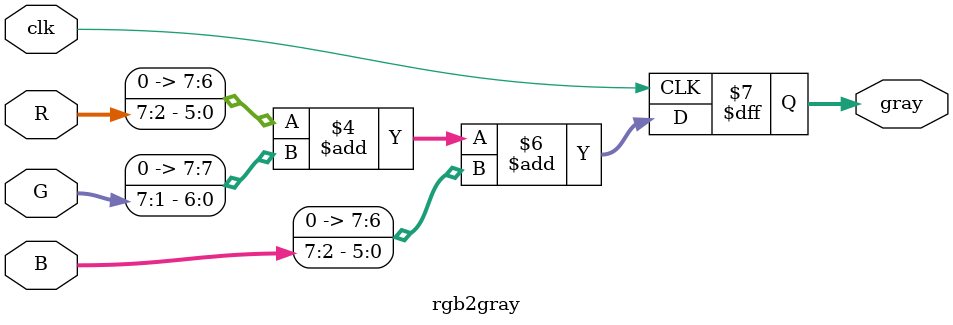
<source format=sv>
module rgb2gray(input logic clk,
                input logic [width-1:0] R, G, B,
                output logic [width-1:0] gray);
    
    parameter width=8;
    
    always_ff @(posedge clk) begin
        gray <= (R>>2) + (G>>1) + (B>>2);
    end

endmodule

</source>
